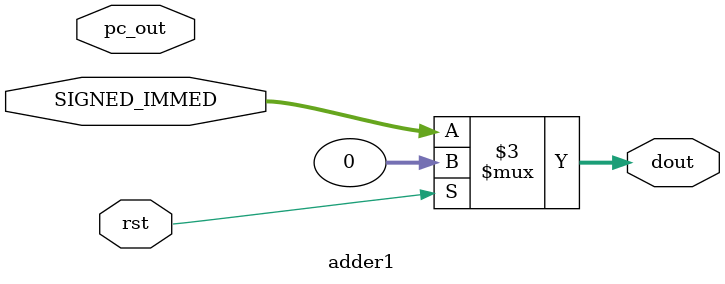
<source format=v>
`timescale 1ns / 1ps

/*** ADDER FOR BRANCHING ***/
module adder1 

/*** PARAMETERS ***/
#(parameter
    DATA_WL = 32
)

/*** IN/OUT ***/
(
    // IN
    input                       rst,
	input [DATA_WL - 1 : 0]		SIGNED_IMMED,
								pc_out,
	
	// OUT 
	output reg [DATA_WL - 1 : 0]	dout
);
    
    always @(*) 
    begin
        if(rst) dout = 0;
        else dout = {pc_out[31 : 26], SIGNED_IMMED};
    end 
endmodule
</source>
